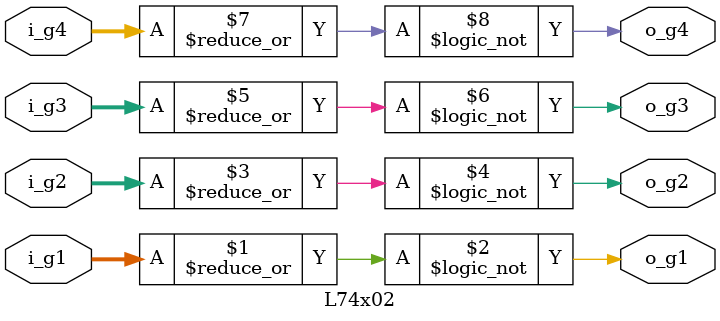
<source format=sv>
module L74x02
  (
    // Gate 1
    input [1:0] i_g1,
    output o_g1,

    // Gate 2
    input [1:0] i_g2,
    output o_g2,
    
    // Gate 3
    input [1:0] i_g3,
    output o_g3,
    
    // Gate 4
    input [1:0] i_g4,
    output o_g4
  );

  assign o_g1 = ~|i_g1;
  assign o_g2 = ~|i_g2;
  assign o_g3 = ~|i_g3;
  assign o_g4 = ~|i_g4;

endmodule

</source>
